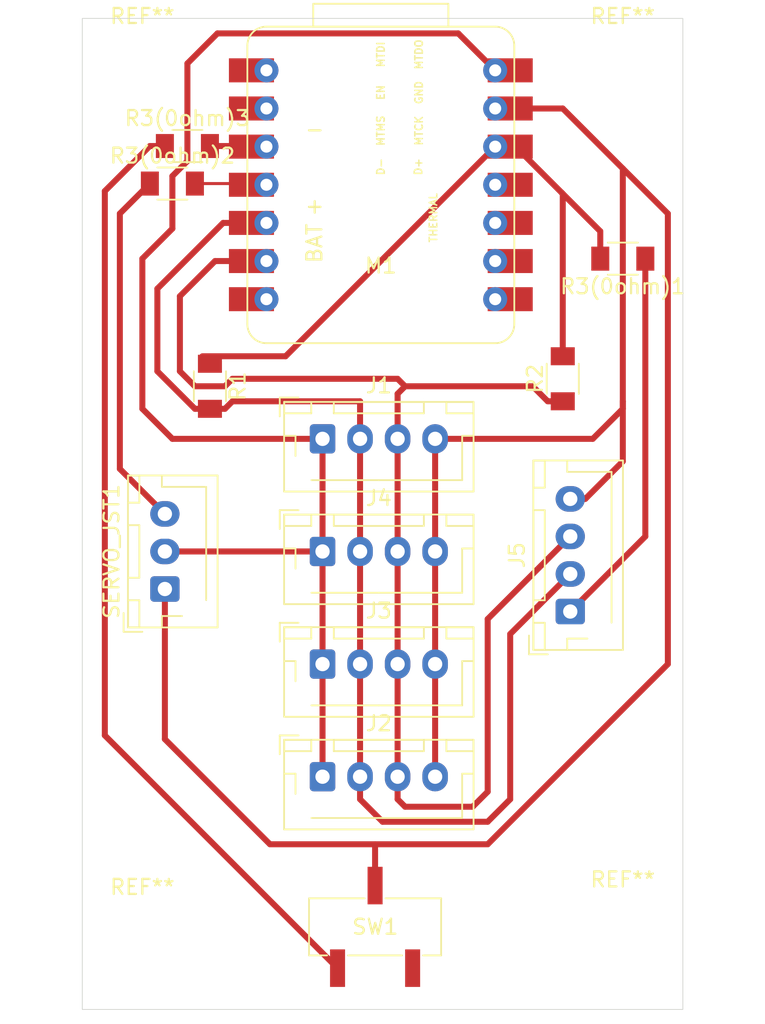
<source format=kicad_pcb>
(kicad_pcb (version 20241229) (generator "pcbnew") (generator_version "9.0")
  (layers (0 "F.Cu" signal) (2 "B.Cu" signal) (13 "F.Paste" user) (15 "B.Paste" user) (5 "F.SilkS" user "F.Silkscreen") (7 "B.SilkS" user "B.Silkscreen") (1 "F.Mask" user) (3 "B.Mask" user) (25 "Edge.Cuts" user))
  (net 0 "")
  (net 1 "SCL")
  (net 2 "PWR_GND")
  (net 3 "Net-(J5-Pad1)")
  (net 4 "SDA")
  (net 11 "D2")
  (net 13 "PWR_3V3")
  (net 14 "+5V")
  (net 15 "D3")
  (net 16 "Net-(R3(0ohm)2-Pad1)")
  (net 18 "Net-(SW1-A)")
  (footprint "MountingHole:MountingHole_3.2mm_M3" (layer "F.Cu") (at 107 106)
    (property "Reference" "REF**" (at 0 -4.15 0) (layer "F.SilkS"))
    (property "Value" "MountingHole_3.2mm_M3")
    (pad "" np_thru_hole circle (at 0 0) (size 3.2 3.2) (drill 3.2) (layers "*.Cu" "*.Mask"))
  )
  (footprint "Connector_JST:JST_XH_B4B-XH-AM_1x04_P2.50mm_Vertical" (layer "F.Cu") (at 119 72)
    (property "Reference" "J1" (at 3.75 -3.55 0) (layer "F.SilkS"))
    (property "Value" "Conn_Header_JST_PH_1x04_P2mm_Vertical_SMD")
    (fp_line (start -2.85 -2.75) (end -2.85 -1.5) (stroke (width 0.12)) (layer "F.SilkS"))
    (fp_line (start -2.56 -2.46) (end -2.56 3.51) (stroke (width 0.12)) (layer "F.SilkS"))
    (fp_line (start -2.56 3.51) (end 10.06 3.51) (stroke (width 0.12)) (layer "F.SilkS"))
    (fp_line (start -2.55 -2.45) (end -2.55 -1.7) (stroke (width 0.12)) (layer "F.SilkS"))
    (fp_line (start -2.55 -1.7) (end -0.75 -1.7) (stroke (width 0.12)) (layer "F.SilkS"))
    (fp_line (start -2.55 -0.2) (end -1.8 -0.2) (stroke (width 0.12)) (layer "F.SilkS"))
    (fp_line (start -1.8 -0.2) (end -1.8 1.14) (stroke (width 0.12)) (layer "F.SilkS"))
    (fp_line (start -1.6 -2.75) (end -2.85 -2.75) (stroke (width 0.12)) (layer "F.SilkS"))
    (fp_line (start -0.75 -2.45) (end -2.55 -2.45) (stroke (width 0.12)) (layer "F.SilkS"))
    (fp_line (start -0.75 -1.7) (end -0.75 -2.45) (stroke (width 0.12)) (layer "F.SilkS"))
    (fp_line (start 0.75 -2.45) (end 0.75 -1.7) (stroke (width 0.12)) (layer "F.SilkS"))
    (fp_line (start 0.75 -1.7) (end 6.75 -1.7) (stroke (width 0.12)) (layer "F.SilkS"))
    (fp_line (start 3.75 2.75) (end -0.74 2.75) (stroke (width 0.12)) (layer "F.SilkS"))
    (fp_line (start 6.75 -2.45) (end 0.75 -2.45) (stroke (width 0.12)) (layer "F.SilkS"))
    (fp_line (start 6.75 -1.7) (end 6.75 -2.45) (stroke (width 0.12)) (layer "F.SilkS"))
    (fp_line (start 8.25 -2.45) (end 8.25 -1.7) (stroke (width 0.12)) (layer "F.SilkS"))
    (fp_line (start 8.25 -1.7) (end 10.05 -1.7) (stroke (width 0.12)) (layer "F.SilkS"))
    (fp_line (start 9.3 -0.2) (end 9.3 2.75) (stroke (width 0.12)) (layer "F.SilkS"))
    (fp_line (start 9.3 2.75) (end 3.75 2.75) (stroke (width 0.12)) (layer "F.SilkS"))
    (fp_line (start 10.05 -2.45) (end 8.25 -2.45) (stroke (width 0.12)) (layer "F.SilkS"))
    (fp_line (start 10.05 -1.7) (end 10.05 -2.45) (stroke (width 0.12)) (layer "F.SilkS"))
    (fp_line (start 10.05 -0.2) (end 9.3 -0.2) (stroke (width 0.12)) (layer "F.SilkS"))
    (fp_line (start 10.06 -2.46) (end -2.56 -2.46) (stroke (width 0.12)) (layer "F.SilkS"))
    (fp_line (start 10.06 3.51) (end 10.06 -2.46) (stroke (width 0.12)) (layer "F.SilkS"))
    (pad "" np_thru_hole circle (at -1.6 2) (size 1.2 1.2) (drill 1.2) (layers "*.Cu" "*.Mask"))
    (pad "1" thru_hole roundrect (at 0 0) (size 1.7 1.95) (drill 0.95) (layers "*.Cu" "*.Mask") (roundrect_rratio 0.147059) (net 14 "+5V"))
    (pad "2" thru_hole oval (at 2.5 0) (size 1.7 1.95) (drill 0.95) (layers "*.Cu" "*.Mask") (net 4 "SDA"))
    (pad "3" thru_hole oval (at 5 0) (size 1.7 1.95) (drill 0.95) (layers "*.Cu" "*.Mask") (net 1 "SCL"))
    (pad "4" thru_hole oval (at 7.5 0) (size 1.7 1.95) (drill 0.95) (layers "*.Cu" "*.Mask") (net 2 "PWR_GND"))
  )
  (footprint "Connector_JST:JST_XH_B4B-XH-AM_1x04_P2.50mm_Vertical" (layer "F.Cu") (at 119 94.5)
    (property "Reference" "J2" (at 3.75 -3.55 0) (layer "F.SilkS"))
    (property "Value" "Conn_Header_JST_PH_1x04_P2mm_Vertical_SMD")
    (fp_line (start -2.85 -2.75) (end -2.85 -1.5) (stroke (width 0.12)) (layer "F.SilkS"))
    (fp_line (start -2.56 -2.46) (end -2.56 3.51) (stroke (width 0.12)) (layer "F.SilkS"))
    (fp_line (start -2.56 3.51) (end 10.06 3.51) (stroke (width 0.12)) (layer "F.SilkS"))
    (fp_line (start -2.55 -2.45) (end -2.55 -1.7) (stroke (width 0.12)) (layer "F.SilkS"))
    (fp_line (start -2.55 -1.7) (end -0.75 -1.7) (stroke (width 0.12)) (layer "F.SilkS"))
    (fp_line (start -2.55 -0.2) (end -1.8 -0.2) (stroke (width 0.12)) (layer "F.SilkS"))
    (fp_line (start -1.8 -0.2) (end -1.8 1.14) (stroke (width 0.12)) (layer "F.SilkS"))
    (fp_line (start -1.6 -2.75) (end -2.85 -2.75) (stroke (width 0.12)) (layer "F.SilkS"))
    (fp_line (start -0.75 -2.45) (end -2.55 -2.45) (stroke (width 0.12)) (layer "F.SilkS"))
    (fp_line (start -0.75 -1.7) (end -0.75 -2.45) (stroke (width 0.12)) (layer "F.SilkS"))
    (fp_line (start 0.75 -2.45) (end 0.75 -1.7) (stroke (width 0.12)) (layer "F.SilkS"))
    (fp_line (start 0.75 -1.7) (end 6.75 -1.7) (stroke (width 0.12)) (layer "F.SilkS"))
    (fp_line (start 3.75 2.75) (end -0.74 2.75) (stroke (width 0.12)) (layer "F.SilkS"))
    (fp_line (start 6.75 -2.45) (end 0.75 -2.45) (stroke (width 0.12)) (layer "F.SilkS"))
    (fp_line (start 6.75 -1.7) (end 6.75 -2.45) (stroke (width 0.12)) (layer "F.SilkS"))
    (fp_line (start 8.25 -2.45) (end 8.25 -1.7) (stroke (width 0.12)) (layer "F.SilkS"))
    (fp_line (start 8.25 -1.7) (end 10.05 -1.7) (stroke (width 0.12)) (layer "F.SilkS"))
    (fp_line (start 9.3 -0.2) (end 9.3 2.75) (stroke (width 0.12)) (layer "F.SilkS"))
    (fp_line (start 9.3 2.75) (end 3.75 2.75) (stroke (width 0.12)) (layer "F.SilkS"))
    (fp_line (start 10.05 -2.45) (end 8.25 -2.45) (stroke (width 0.12)) (layer "F.SilkS"))
    (fp_line (start 10.05 -1.7) (end 10.05 -2.45) (stroke (width 0.12)) (layer "F.SilkS"))
    (fp_line (start 10.05 -0.2) (end 9.3 -0.2) (stroke (width 0.12)) (layer "F.SilkS"))
    (fp_line (start 10.06 -2.46) (end -2.56 -2.46) (stroke (width 0.12)) (layer "F.SilkS"))
    (fp_line (start 10.06 3.51) (end 10.06 -2.46) (stroke (width 0.12)) (layer "F.SilkS"))
    (pad "" np_thru_hole circle (at -1.6 2) (size 1.2 1.2) (drill 1.2) (layers "*.Cu" "*.Mask"))
    (pad "1" thru_hole roundrect (at 0 0) (size 1.7 1.95) (drill 0.95) (layers "*.Cu" "*.Mask") (roundrect_rratio 0.147059) (net 14 "+5V"))
    (pad "2" thru_hole oval (at 2.5 0) (size 1.7 1.95) (drill 0.95) (layers "*.Cu" "*.Mask") (net 4 "SDA"))
    (pad "3" thru_hole oval (at 5 0) (size 1.7 1.95) (drill 0.95) (layers "*.Cu" "*.Mask") (net 1 "SCL"))
    (pad "4" thru_hole oval (at 7.5 0) (size 1.7 1.95) (drill 0.95) (layers "*.Cu" "*.Mask") (net 2 "PWR_GND"))
  )
  (footprint "fab:R_1206" (layer "F.Cu") (at 135 68 90)
    (property "Reference" "R2" (at 0 -1.85 90) (layer "F.SilkS"))
    (property "Value" "R_1206")
    (fp_line (start -1 -1.07) (end 1 -1.07) (stroke (width 0.12)) (layer "F.SilkS"))
    (fp_line (start 1 1.07) (end -1 1.07) (stroke (width 0.12)) (layer "F.SilkS"))
    (pad "1" smd rect (at -1.5 0 90) (size 1.2 1.6) (layers "F.Cu" "F.Mask" "F.Paste") (net 1 "SCL"))
    (pad "2" smd rect (at 1.5 0 90) (size 1.2 1.6) (layers "F.Cu" "F.Mask" "F.Paste") (net 13 "PWR_3V3"))
  )
  (footprint "fab:R_1206" (layer "F.Cu") (at 109 55)
    (property "Reference" "R3(0ohm)2" (at 0 -1.85 0) (layer "F.SilkS"))
    (property "Value" "R_1206")
    (fp_line (start -1 -1.07) (end 1 -1.07) (stroke (width 0.12)) (layer "F.SilkS"))
    (fp_line (start 1 1.07) (end -1 1.07) (stroke (width 0.12)) (layer "F.SilkS"))
    (pad "1" smd rect (at -1.5 0) (size 1.2 1.6) (layers "F.Cu" "F.Mask" "F.Paste") (net 16 "Net-(R3(0ohm)2-Pad1)"))
    (pad "2" smd rect (at 1.5 0) (size 1.2 1.6) (layers "F.Cu" "F.Mask" "F.Paste") (net 15 "D3"))
  )
  (footprint "fab:SeeedStudio_XIAO_ESP32S3" (layer "F.Cu") (at 122.88 55.08)
    (property "Reference" "M1" (at 0 5.39 0) (layer "F.SilkS"))
    (property "Value" "Module_XIAO-ESP32S3")
    (fp_line (start -8.8875 9.281) (end -8.8875 -9.261) (stroke (width 0.12)) (layer "F.SilkS"))
    (fp_line (start -7.6175 -10.531) (end 7.6225 -10.531) (stroke (width 0.12)) (layer "F.SilkS"))
    (fp_line (start 7.6225 10.551) (end -7.6175 10.551) (stroke (width 0.12)) (layer "F.SilkS"))
    (fp_line (start 8.8925 -9.261) (end 8.8925 9.281) (stroke (width 0.12)) (layer "F.SilkS"))
    (fp_rect (start -4.4975 -10.531) (end 4.5025 -12.055) (stroke (width 0.12)) (fill no) (layer "F.SilkS"))
    (fp_arc (start -8.8875 -9.261) (mid -8.515526 -10.159026) (end -7.6175 -10.531) (stroke (width 0.12)) (layer "F.SilkS"))
    (fp_arc (start -7.6175 10.551) (mid -8.515526 10.179026) (end -8.8875 9.281) (stroke (width 0.12)) (layer "F.SilkS"))
    (fp_arc (start 7.6225 -10.531) (mid 8.520526 -10.159026) (end 8.8925 -9.261) (stroke (width 0.12)) (layer "F.SilkS"))
    (fp_arc (start 8.8925 9.281) (mid 8.520526 10.179026) (end 7.6225 10.551) (stroke (width 0.12)) (layer "F.SilkS"))
    (fp_text user "THERMAL" (at 3.5 2.2 90) (layer "F.SilkS") (effects (font (size 0.5 0.5) (thickness 0.1) (bold yes))))
    (fp_text user "EN" (at 0 -6.14 90) (layer "F.SilkS") (effects (font (size 0.5 0.5) (thickness 0.1) (bold yes))))
    (fp_text user "-" (at -4.4 -3.7 0) (layer "F.SilkS"))
    (fp_text user "D+" (at 2.5 -1.2 90) (layer "F.SilkS") (effects (font (size 0.5 0.5) (thickness 0.1) (bold yes))))
    (fp_text user "MTDO" (at 2.54 -8.68 90) (layer "F.SilkS") (effects (font (size 0.5 0.5) (thickness 0.1) (bold yes))))
    (fp_text user "+" (at -4.4 1.4 0) (layer "F.SilkS"))
    (fp_text user "GND" (at 2.54 -6.14 90) (layer "F.SilkS") (effects (font (size 0.5 0.5) (thickness 0.1) (bold yes))))
    (fp_text user "MTMS" (at 0 -3.6 90) (layer "F.SilkS") (effects (font (size 0.5 0.5) (thickness 0.1) (bold yes))))
    (fp_text user "MTDI" (at 0 -8.68 90) (layer "F.SilkS") (effects (font (size 0.5 0.5) (thickness 0.1) (bold yes))))
    (fp_text user "D-" (at 0 -1.2 90) (layer "F.SilkS") (effects (font (size 0.5 0.5) (thickness 0.1) (bold yes))))
    (fp_text user "MTCK" (at 2.54 -3.6 90) (layer "F.SilkS") (effects (font (size 0.5 0.5) (thickness 0.1) (bold yes))))
    (fp_text user "BAT" (at -5 3.9 90) (layer "F.SilkS") (effects (justify top)))
    (pad "1" thru_hole circle (at -7.615 -7.62) (size 1.6 1.6) (drill 0.8) (layers "*.Cu" "*.Mask"))
    (pad "1" smd rect (at -7.615 -7.62) (size 3 1.6) (drill (offset -1 0)) (layers "F.Cu" "F.Mask" "F.Paste"))
    (pad "2" thru_hole circle (at -7.615 -5.08) (size 1.6 1.6) (drill 0.8) (layers "*.Cu" "*.Mask"))
    (pad "2" smd rect (at -7.615 -5.08) (size 3 1.6) (drill (offset -1 0)) (layers "F.Cu" "F.Mask" "F.Paste"))
    (pad "3" thru_hole circle (at -7.615 -2.54) (size 1.6 1.6) (drill 0.8) (layers "*.Cu" "*.Mask") (net 11 "D2"))
    (pad "3" smd rect (at -7.615 -2.54) (size 3 1.6) (drill (offset -1 0)) (layers "F.Cu" "F.Mask" "F.Paste") (net 11 "D2"))
    (pad "4" thru_hole circle (at -7.615 0) (size 1.6 1.6) (drill 0.8) (layers "*.Cu" "*.Mask") (net 15 "D3"))
    (pad "4" smd rect (at -7.615 0) (size 3 1.6) (drill (offset -1 0)) (layers "F.Cu" "F.Mask" "F.Paste") (net 15 "D3"))
    (pad "5" thru_hole circle (at -7.615 2.54) (size 1.6 1.6) (drill 0.8) (layers "*.Cu" "*.Mask") (net 4 "SDA"))
    (pad "5" smd rect (at -7.615 2.54) (size 3 1.6) (drill (offset -1 0)) (layers "F.Cu" "F.Mask" "F.Paste") (net 4 "SDA"))
    (pad "6" thru_hole circle (at -7.615 5.08) (size 1.6 1.6) (drill 0.8) (layers "*.Cu" "*.Mask") (net 1 "SCL"))
    (pad "6" smd rect (at -7.615 5.08) (size 3 1.6) (drill (offset -1 0)) (layers "F.Cu" "F.Mask" "F.Paste") (net 1 "SCL"))
    (pad "7" thru_hole circle (at -7.615 7.62) (size 1.6 1.6) (drill 0.8) (layers "*.Cu" "*.Mask"))
    (pad "7" smd rect (at -7.615 7.62) (size 3 1.6) (drill (offset -1 0)) (layers "F.Cu" "F.Mask" "F.Paste"))
    (pad "8" thru_hole circle (at 7.62 7.62) (size 1.6 1.6) (drill 0.8) (layers "*.Cu" "*.Mask"))
    (pad "8" smd rect (at 7.62 7.62) (size 3 1.6) (drill (offset 1 0)) (layers "F.Cu" "F.Mask" "F.Paste"))
    (pad "9" thru_hole circle (at 7.62 5.08) (size 1.6 1.6) (drill 0.8) (layers "*.Cu" "*.Mask"))
    (pad "9" smd rect (at 7.62 5.08) (size 3 1.6) (drill (offset 1 0)) (layers "F.Cu" "F.Mask" "F.Paste"))
    (pad "10" thru_hole circle (at 7.62 2.54) (size 1.6 1.6) (drill 0.8) (layers "*.Cu" "*.Mask"))
    (pad "10" smd rect (at 7.62 2.54) (size 3 1.6) (drill (offset 1 0)) (layers "F.Cu" "F.Mask" "F.Paste"))
    (pad "11" thru_hole circle (at 7.62 0) (size 1.6 1.6) (drill 0.8) (layers "*.Cu" "*.Mask"))
    (pad "11" smd rect (at 7.62 0) (size 3 1.6) (drill (offset 1 0)) (layers "F.Cu" "F.Mask" "F.Paste"))
    (pad "12" thru_hole circle (at 7.62 -2.54) (size 1.6 1.6) (drill 0.8) (layers "*.Cu" "*.Mask") (net 13 "PWR_3V3"))
    (pad "12" smd rect (at 7.62 -2.54) (size 3 1.6) (drill (offset 1 0)) (layers "F.Cu" "F.Mask" "F.Paste") (net 13 "PWR_3V3"))
    (pad "13" thru_hole circle (at 7.62 -5.08) (size 1.6 1.6) (drill 0.8) (layers "*.Cu" "*.Mask") (net 2 "PWR_GND"))
    (pad "13" smd rect (at 7.62 -5.08) (size 3 1.6) (drill (offset 1 0)) (layers "F.Cu" "F.Mask" "F.Paste") (net 2 "PWR_GND"))
    (pad "14" thru_hole circle (at 7.62 -7.62) (size 1.6 1.6) (drill 0.8) (layers "*.Cu" "*.Mask") (net 14 "+5V"))
    (pad "14" smd rect (at 7.62 -7.62) (size 3 1.6) (drill (offset 1 0)) (layers "F.Cu" "F.Mask" "F.Paste") (net 14 "+5V"))
  )
  (footprint "fab:R_1206" (layer "F.Cu") (at 139 60 180)
    (property "Reference" "R3(0ohm)1" (at 0 -1.85 0) (layer "F.SilkS"))
    (property "Value" "R_1206")
    (fp_line (start 1 1.07) (end -1 1.07) (stroke (width 0.12)) (layer "F.SilkS"))
    (fp_line (start -1 -1.07) (end 1 -1.07) (stroke (width 0.12)) (layer "F.SilkS"))
    (pad "1" smd rect (at -1.5 0 180) (size 1.2 1.6) (layers "F.Cu" "F.Mask" "F.Paste") (net 3 "Net-(J5-Pad1)"))
    (pad "2" smd rect (at 1.5 0 180) (size 1.2 1.6) (layers "F.Cu" "F.Mask" "F.Paste") (net 13 "PWR_3V3"))
  )
  (footprint "Connector_JST:JST_XH_B3B-XH-AM_1x03_P2.50mm_Vertical" (layer "F.Cu") (at 108.5 82 90)
    (property "Reference" "SERVO_JST1" (at 2.5 -3.55 90) (layer "F.SilkS"))
    (property "Value" "Conn_Header_JST_PH_1x03_P2mm_Vertical_SMD")
    (fp_line (start -1.6 -2.75) (end -2.85 -2.75) (stroke (width 0.12)) (layer "F.SilkS"))
    (fp_line (start -2.85 -2.75) (end -2.85 -1.5) (stroke (width 0.12)) (layer "F.SilkS"))
    (fp_line (start 7.56 -2.46) (end -2.56 -2.46) (stroke (width 0.12)) (layer "F.SilkS"))
    (fp_line (start -2.56 -2.46) (end -2.56 3.51) (stroke (width 0.12)) (layer "F.SilkS"))
    (fp_line (start 7.55 -2.45) (end 5.75 -2.45) (stroke (width 0.12)) (layer "F.SilkS"))
    (fp_line (start 5.75 -2.45) (end 5.75 -1.7) (stroke (width 0.12)) (layer "F.SilkS"))
    (fp_line (start 4.25 -2.45) (end 0.75 -2.45) (stroke (width 0.12)) (layer "F.SilkS"))
    (fp_line (start 0.75 -2.45) (end 0.75 -1.7) (stroke (width 0.12)) (layer "F.SilkS"))
    (fp_line (start -0.75 -2.45) (end -2.55 -2.45) (stroke (width 0.12)) (layer "F.SilkS"))
    (fp_line (start -2.55 -2.45) (end -2.55 -1.7) (stroke (width 0.12)) (layer "F.SilkS"))
    (fp_line (start 7.55 -1.7) (end 7.55 -2.45) (stroke (width 0.12)) (layer "F.SilkS"))
    (fp_line (start 5.75 -1.7) (end 7.55 -1.7) (stroke (width 0.12)) (layer "F.SilkS"))
    (fp_line (start 4.25 -1.7) (end 4.25 -2.45) (stroke (width 0.12)) (layer "F.SilkS"))
    (fp_line (start 0.75 -1.7) (end 4.25 -1.7) (stroke (width 0.12)) (layer "F.SilkS"))
    (fp_line (start -0.75 -1.7) (end -0.75 -2.45) (stroke (width 0.12)) (layer "F.SilkS"))
    (fp_line (start -2.55 -1.7) (end -0.75 -1.7) (stroke (width 0.12)) (layer "F.SilkS"))
    (fp_line (start 7.55 -0.2) (end 6.8 -0.2) (stroke (width 0.12)) (layer "F.SilkS"))
    (fp_line (start 6.8 -0.2) (end 6.8 2.75) (stroke (width 0.12)) (layer "F.SilkS"))
    (fp_line (start -1.8 -0.2) (end -1.8 1.14) (stroke (width 0.12)) (layer "F.SilkS"))
    (fp_line (start -2.55 -0.2) (end -1.8 -0.2) (stroke (width 0.12)) (layer "F.SilkS"))
    (fp_line (start 6.8 2.75) (end 2.5 2.75) (stroke (width 0.12)) (layer "F.SilkS"))
    (fp_line (start 2.5 2.75) (end -0.74 2.75) (stroke (width 0.12)) (layer "F.SilkS"))
    (fp_line (start 7.56 3.51) (end 7.56 -2.46) (stroke (width 0.12)) (layer "F.SilkS"))
    (fp_line (start -2.56 3.51) (end 7.56 3.51) (stroke (width 0.12)) (layer "F.SilkS"))
    (pad "" np_thru_hole circle (at -1.6 2 90) (size 1.2 1.2) (drill 1.2) (layers "*.Cu" "*.Mask"))
    (pad "1" thru_hole roundrect (at 0 0 90) (size 1.7 1.95) (drill 0.95) (layers "*.Cu" "*.Mask") (roundrect_rratio 0.147059) (net 2 "PWR_GND"))
    (pad "2" thru_hole oval (at 2.5 0 90) (size 1.7 1.95) (drill 0.95) (layers "*.Cu" "*.Mask") (net 14 "+5V"))
    (pad "3" thru_hole oval (at 5 0 90) (size 1.7 1.95) (drill 0.95) (layers "*.Cu" "*.Mask") (net 16 "Net-(R3(0ohm)2-Pad1)"))
  )
  (footprint "fab:R_1206" (layer "F.Cu") (at 110 52.5)
    (property "Reference" "R3(0ohm)3" (at 0 -1.85 0) (layer "F.SilkS"))
    (property "Value" "R_1206")
    (fp_line (start -1 -1.07) (end 1 -1.07) (stroke (width 0.12)) (layer "F.SilkS"))
    (fp_line (start 1 1.07) (end -1 1.07) (stroke (width 0.12)) (layer "F.SilkS"))
    (pad "1" smd rect (at -1.5 0) (size 1.2 1.6) (layers "F.Cu" "F.Mask" "F.Paste") (net 18 "Net-(SW1-A)"))
    (pad "2" smd rect (at 1.5 0) (size 1.2 1.6) (layers "F.Cu" "F.Mask" "F.Paste") (net 11 "D2"))
  )
  (footprint "Connector_JST:JST_XH_B4B-XH-AM_1x04_P2.50mm_Vertical" (layer "F.Cu") (at 135.5 83.5 90)
    (property "Reference" "J5" (at 3.75 -3.55 90) (layer "F.SilkS"))
    (property "Value" "Conn_Header_JST_PH_1x04_P2mm_Vertical_SMD")
    (fp_line (start -1.6 -2.75) (end -2.85 -2.75) (stroke (width 0.12)) (layer "F.SilkS"))
    (fp_line (start -2.85 -2.75) (end -2.85 -1.5) (stroke (width 0.12)) (layer "F.SilkS"))
    (fp_line (start 10.06 -2.46) (end -2.56 -2.46) (stroke (width 0.12)) (layer "F.SilkS"))
    (fp_line (start -2.56 -2.46) (end -2.56 3.51) (stroke (width 0.12)) (layer "F.SilkS"))
    (fp_line (start 10.05 -2.45) (end 8.25 -2.45) (stroke (width 0.12)) (layer "F.SilkS"))
    (fp_line (start 8.25 -2.45) (end 8.25 -1.7) (stroke (width 0.12)) (layer "F.SilkS"))
    (fp_line (start 6.75 -2.45) (end 0.75 -2.45) (stroke (width 0.12)) (layer "F.SilkS"))
    (fp_line (start 0.75 -2.45) (end 0.75 -1.7) (stroke (width 0.12)) (layer "F.SilkS"))
    (fp_line (start -0.75 -2.45) (end -2.55 -2.45) (stroke (width 0.12)) (layer "F.SilkS"))
    (fp_line (start -2.55 -2.45) (end -2.55 -1.7) (stroke (width 0.12)) (layer "F.SilkS"))
    (fp_line (start 10.05 -1.7) (end 10.05 -2.45) (stroke (width 0.12)) (layer "F.SilkS"))
    (fp_line (start 8.25 -1.7) (end 10.05 -1.7) (stroke (width 0.12)) (layer "F.SilkS"))
    (fp_line (start 6.75 -1.7) (end 6.75 -2.45) (stroke (width 0.12)) (layer "F.SilkS"))
    (fp_line (start 0.75 -1.7) (end 6.75 -1.7) (stroke (width 0.12)) (layer "F.SilkS"))
    (fp_line (start -0.75 -1.7) (end -0.75 -2.45) (stroke (width 0.12)) (layer "F.SilkS"))
    (fp_line (start -2.55 -1.7) (end -0.75 -1.7) (stroke (width 0.12)) (layer "F.SilkS"))
    (fp_line (start 10.05 -0.2) (end 9.3 -0.2) (stroke (width 0.12)) (layer "F.SilkS"))
    (fp_line (start 9.3 -0.2) (end 9.3 2.75) (stroke (width 0.12)) (layer "F.SilkS"))
    (fp_line (start -1.8 -0.2) (end -1.8 1.14) (stroke (width 0.12)) (layer "F.SilkS"))
    (fp_line (start -2.55 -0.2) (end -1.8 -0.2) (stroke (width 0.12)) (layer "F.SilkS"))
    (fp_line (start 9.3 2.75) (end 3.75 2.75) (stroke (width 0.12)) (layer "F.SilkS"))
    (fp_line (start 3.75 2.75) (end -0.74 2.75) (stroke (width 0.12)) (layer "F.SilkS"))
    (fp_line (start 10.06 3.51) (end 10.06 -2.46) (stroke (width 0.12)) (layer "F.SilkS"))
    (fp_line (start -2.56 3.51) (end 10.06 3.51) (stroke (width 0.12)) (layer "F.SilkS"))
    (pad "" np_thru_hole circle (at -1.6 2 90) (size 1.2 1.2) (drill 1.2) (layers "*.Cu" "*.Mask"))
    (pad "1" thru_hole roundrect (at 0 0 90) (size 1.7 1.95) (drill 0.95) (layers "*.Cu" "*.Mask") (roundrect_rratio 0.147059) (net 3 "Net-(J5-Pad1)"))
    (pad "2" thru_hole oval (at 2.5 0 90) (size 1.7 1.95) (drill 0.95) (layers "*.Cu" "*.Mask") (net 4 "SDA"))
    (pad "3" thru_hole oval (at 5 0 90) (size 1.7 1.95) (drill 0.95) (layers "*.Cu" "*.Mask") (net 1 "SCL"))
    (pad "4" thru_hole oval (at 7.5 0 90) (size 1.7 1.95) (drill 0.95) (layers "*.Cu" "*.Mask") (net 2 "PWR_GND"))
  )
  (footprint "Connector_JST:JST_XH_B4B-XH-AM_1x04_P2.50mm_Vertical" (layer "F.Cu") (at 119 87)
    (property "Reference" "J3" (at 3.75 -3.55 0) (layer "F.SilkS"))
    (property "Value" "Conn_Header_JST_PH_1x04_P2mm_Vertical_SMD")
    (fp_line (start -2.85 -2.75) (end -2.85 -1.5) (stroke (width 0.12)) (layer "F.SilkS"))
    (fp_line (start -2.56 -2.46) (end -2.56 3.51) (stroke (width 0.12)) (layer "F.SilkS"))
    (fp_line (start -2.56 3.51) (end 10.06 3.51) (stroke (width 0.12)) (layer "F.SilkS"))
    (fp_line (start -2.55 -2.45) (end -2.55 -1.7) (stroke (width 0.12)) (layer "F.SilkS"))
    (fp_line (start -2.55 -1.7) (end -0.75 -1.7) (stroke (width 0.12)) (layer "F.SilkS"))
    (fp_line (start -2.55 -0.2) (end -1.8 -0.2) (stroke (width 0.12)) (layer "F.SilkS"))
    (fp_line (start -1.8 -0.2) (end -1.8 1.14) (stroke (width 0.12)) (layer "F.SilkS"))
    (fp_line (start -1.6 -2.75) (end -2.85 -2.75) (stroke (width 0.12)) (layer "F.SilkS"))
    (fp_line (start -0.75 -2.45) (end -2.55 -2.45) (stroke (width 0.12)) (layer "F.SilkS"))
    (fp_line (start -0.75 -1.7) (end -0.75 -2.45) (stroke (width 0.12)) (layer "F.SilkS"))
    (fp_line (start 0.75 -2.45) (end 0.75 -1.7) (stroke (width 0.12)) (layer "F.SilkS"))
    (fp_line (start 0.75 -1.7) (end 6.75 -1.7) (stroke (width 0.12)) (layer "F.SilkS"))
    (fp_line (start 3.75 2.75) (end -0.74 2.75) (stroke (width 0.12)) (layer "F.SilkS"))
    (fp_line (start 6.75 -2.45) (end 0.75 -2.45) (stroke (width 0.12)) (layer "F.SilkS"))
    (fp_line (start 6.75 -1.7) (end 6.75 -2.45) (stroke (width 0.12)) (layer "F.SilkS"))
    (fp_line (start 8.25 -2.45) (end 8.25 -1.7) (stroke (width 0.12)) (layer "F.SilkS"))
    (fp_line (start 8.25 -1.7) (end 10.05 -1.7) (stroke (width 0.12)) (layer "F.SilkS"))
    (fp_line (start 9.3 -0.2) (end 9.3 2.75) (stroke (width 0.12)) (layer "F.SilkS"))
    (fp_line (start 9.3 2.75) (end 3.75 2.75) (stroke (width 0.12)) (layer "F.SilkS"))
    (fp_line (start 10.05 -2.45) (end 8.25 -2.45) (stroke (width 0.12)) (layer "F.SilkS"))
    (fp_line (start 10.05 -1.7) (end 10.05 -2.45) (stroke (width 0.12)) (layer "F.SilkS"))
    (fp_line (start 10.05 -0.2) (end 9.3 -0.2) (stroke (width 0.12)) (layer "F.SilkS"))
    (fp_line (start 10.06 -2.46) (end -2.56 -2.46) (stroke (width 0.12)) (layer "F.SilkS"))
    (fp_line (start 10.06 3.51) (end 10.06 -2.46) (stroke (width 0.12)) (layer "F.SilkS"))
    (pad "" np_thru_hole circle (at -1.6 2) (size 1.2 1.2) (drill 1.2) (layers "*.Cu" "*.Mask"))
    (pad "1" thru_hole roundrect (at 0 0) (size 1.7 1.95) (drill 0.95) (layers "*.Cu" "*.Mask") (roundrect_rratio 0.147059) (net 14 "+5V"))
    (pad "2" thru_hole oval (at 2.5 0) (size 1.7 1.95) (drill 0.95) (layers "*.Cu" "*.Mask") (net 4 "SDA"))
    (pad "3" thru_hole oval (at 5 0) (size 1.7 1.95) (drill 0.95) (layers "*.Cu" "*.Mask") (net 1 "SCL"))
    (pad "4" thru_hole oval (at 7.5 0) (size 1.7 1.95) (drill 0.95) (layers "*.Cu" "*.Mask") (net 2 "PWR_GND"))
  )
  (footprint "fab:Switch_Slide_Top_CnK_JS102011SCQN_8.5x3.5mm" (layer "F.Cu") (at 122.5 104.5)
    (property "Reference" "SW1" (at 0.01 0 0) (layer "F.SilkS"))
    (property "Value" "Switch_Slide_Top_CnK" (hide yes))
    (fp_line (start -4.4 -1.9) (end -4.4 1.9) (stroke (width 0.12)) (layer "F.SilkS"))
    (fp_line (start -4.4 1.9) (end -3.2 1.9) (stroke (width 0.12)) (layer "F.SilkS"))
    (fp_line (start -1.8 1.9) (end 1.8 1.9) (stroke (width 0.12)) (layer "F.SilkS"))
    (fp_line (start -0.7 -1.9) (end -4.4 -1.9) (stroke (width 0.12)) (layer "F.SilkS"))
    (fp_line (start 3.2 1.9) (end 4.4 1.9) (stroke (width 0.12)) (layer "F.SilkS"))
    (fp_line (start 4.4 -1.9) (end 0.7 -1.9) (stroke (width 0.12)) (layer "F.SilkS"))
    (fp_line (start 4.4 1.9) (end 4.4 -1.9) (stroke (width 0.12)) (layer "F.SilkS"))
    (pad "1" smd rect (at -2.5 2.75) (size 1 2.5) (layers "F.Cu" "F.Mask" "F.Paste") (net 18 "Net-(SW1-A)"))
    (pad "2" smd rect (at 0 -2.75) (size 1 2.5) (layers "F.Cu" "F.Mask" "F.Paste") (net 2 "PWR_GND"))
    (pad "3" smd rect (at 2.5 2.75) (size 1 2.5) (layers "F.Cu" "F.Mask" "F.Paste"))
  )
  (footprint "Connector_JST:JST_XH_B4B-XH-AM_1x04_P2.50mm_Vertical" (layer "F.Cu") (at 119 79.5)
    (property "Reference" "J4" (at 3.75 -3.55 0) (layer "F.SilkS"))
    (property "Value" "Conn_Header_JST_PH_1x04_P2mm_Vertical_SMD")
    (fp_line (start -2.85 -2.75) (end -2.85 -1.5) (stroke (width 0.12)) (layer "F.SilkS"))
    (fp_line (start -2.56 -2.46) (end -2.56 3.51) (stroke (width 0.12)) (layer "F.SilkS"))
    (fp_line (start -2.56 3.51) (end 10.06 3.51) (stroke (width 0.12)) (layer "F.SilkS"))
    (fp_line (start -2.55 -2.45) (end -2.55 -1.7) (stroke (width 0.12)) (layer "F.SilkS"))
    (fp_line (start -2.55 -1.7) (end -0.75 -1.7) (stroke (width 0.12)) (layer "F.SilkS"))
    (fp_line (start -2.55 -0.2) (end -1.8 -0.2) (stroke (width 0.12)) (layer "F.SilkS"))
    (fp_line (start -1.8 -0.2) (end -1.8 1.14) (stroke (width 0.12)) (layer "F.SilkS"))
    (fp_line (start -1.6 -2.75) (end -2.85 -2.75) (stroke (width 0.12)) (layer "F.SilkS"))
    (fp_line (start -0.75 -2.45) (end -2.55 -2.45) (stroke (width 0.12)) (layer "F.SilkS"))
    (fp_line (start -0.75 -1.7) (end -0.75 -2.45) (stroke (width 0.12)) (layer "F.SilkS"))
    (fp_line (start 0.75 -2.45) (end 0.75 -1.7) (stroke (width 0.12)) (layer "F.SilkS"))
    (fp_line (start 0.75 -1.7) (end 6.75 -1.7) (stroke (width 0.12)) (layer "F.SilkS"))
    (fp_line (start 3.75 2.75) (end -0.74 2.75) (stroke (width 0.12)) (layer "F.SilkS"))
    (fp_line (start 6.75 -2.45) (end 0.75 -2.45) (stroke (width 0.12)) (layer "F.SilkS"))
    (fp_line (start 6.75 -1.7) (end 6.75 -2.45) (stroke (width 0.12)) (layer "F.SilkS"))
    (fp_line (start 8.25 -2.45) (end 8.25 -1.7) (stroke (width 0.12)) (layer "F.SilkS"))
    (fp_line (start 8.25 -1.7) (end 10.05 -1.7) (stroke (width 0.12)) (layer "F.SilkS"))
    (fp_line (start 9.3 -0.2) (end 9.3 2.75) (stroke (width 0.12)) (layer "F.SilkS"))
    (fp_line (start 9.3 2.75) (end 3.75 2.75) (stroke (width 0.12)) (layer "F.SilkS"))
    (fp_line (start 10.05 -2.45) (end 8.25 -2.45) (stroke (width 0.12)) (layer "F.SilkS"))
    (fp_line (start 10.05 -1.7) (end 10.05 -2.45) (stroke (width 0.12)) (layer "F.SilkS"))
    (fp_line (start 10.05 -0.2) (end 9.3 -0.2) (stroke (width 0.12)) (layer "F.SilkS"))
    (fp_line (start 10.06 -2.46) (end -2.56 -2.46) (stroke (width 0.12)) (layer "F.SilkS"))
    (fp_line (start 10.06 3.51) (end 10.06 -2.46) (stroke (width 0.12)) (layer "F.SilkS"))
    (pad "" np_thru_hole circle (at -1.6 2) (size 1.2 1.2) (drill 1.2) (layers "*.Cu" "*.Mask"))
    (pad "1" thru_hole roundrect (at 0 0) (size 1.7 1.95) (drill 0.95) (layers "*.Cu" "*.Mask") (roundrect_rratio 0.147059) (net 14 "+5V"))
    (pad "2" thru_hole oval (at 2.5 0) (size 1.7 1.95) (drill 0.95) (layers "*.Cu" "*.Mask") (net 4 "SDA"))
    (pad "3" thru_hole oval (at 5 0) (size 1.7 1.95) (drill 0.95) (layers "*.Cu" "*.Mask") (net 1 "SCL"))
    (pad "4" thru_hole oval (at 7.5 0) (size 1.7 1.95) (drill 0.95) (layers "*.Cu" "*.Mask") (net 2 "PWR_GND"))
  )
  (footprint "MountingHole:MountingHole_3.2mm_M3" (layer "F.Cu") (at 139 105.5)
    (property "Reference" "REF**" (at 0 -4.15 0) (layer "F.SilkS"))
    (property "Value" "MountingHole_3.2mm_M3")
    (pad "" np_thru_hole circle (at 0 0) (size 3.2 3.2) (drill 3.2) (layers "*.Cu" "*.Mask"))
  )
  (footprint "MountingHole:MountingHole_3.2mm_M3" (layer "F.Cu") (at 107 48)
    (property "Reference" "REF**" (at 0 -4.15 0) (layer "F.SilkS"))
    (property "Value" "MountingHole_3.2mm_M3")
    (pad "" np_thru_hole circle (at 0 0) (size 3.2 3.2) (drill 3.2) (layers "*.Cu" "*.Mask"))
  )
  (footprint "fab:R_1206" (layer "F.Cu") (at 111.5 68.5 -90)
    (property "Reference" "R1" (at 0 -1.85 90) (layer "F.SilkS"))
    (property "Value" "R_1206")
    (fp_line (start 1 1.07) (end -1 1.07) (stroke (width 0.12)) (layer "F.SilkS"))
    (fp_line (start -1 -1.07) (end 1 -1.07) (stroke (width 0.12)) (layer "F.SilkS"))
    (pad "1" smd rect (at -1.5 0 270) (size 1.2 1.6) (layers "F.Cu" "F.Mask" "F.Paste") (net 13 "PWR_3V3"))
    (pad "2" smd rect (at 1.5 0 270) (size 1.2 1.6) (layers "F.Cu" "F.Mask" "F.Paste") (net 4 "SDA"))
  )
  (footprint "MountingHole:MountingHole_3.2mm_M3" (layer "F.Cu") (at 139 48)
    (property "Reference" "REF**" (at 0 -4.15 0) (layer "F.SilkS"))
    (property "Value" "MountingHole_3.2mm_M3")
    (pad "" np_thru_hole circle (at 0 0) (size 3.2 3.2) (drill 3.2) (layers "*.Cu" "*.Mask"))
  )
  (gr_rect (start 103 44) (end 143 110) (stroke (width 0.05)) (fill no) (layer "Edge.Cuts"))
  (segment (start 130 84) (end 135.5 78.5) (width 0.4) (layer "F.Cu") (net 1))
  (segment (start 110.5 68.5) (end 109.5 67.5) (width 0.4) (layer "F.Cu") (net 1))
  (segment (start 124 96) (end 124.5 96.5) (width 0.4) (layer "F.Cu") (net 1))
  (segment (start 124.5 68.5) (end 124 69) (width 0.4) (layer "F.Cu") (net 1))
  (segment (start 111.84 60.16) (end 115.265 60.16) (width 0.4) (layer "F.Cu") (net 1))
  (segment (start 109.5 67.5) (end 109.5 62.5) (width 0.4) (layer "F.Cu") (net 1))
  (segment (start 109.5 62.5) (end 111.84 60.16) (width 0.4) (layer "F.Cu") (net 1))
  (segment (start 124 94.5) (end 124 96) (width 0.4) (layer "F.Cu") (net 1))
  (segment (start 135 69.5) (end 134 69.5) (width 0.4) (layer "F.Cu") (net 1))
  (segment (start 124.5 96.5) (end 129 96.5) (width 0.4) (layer "F.Cu") (net 1))
  (segment (start 124 68) (end 113 68) (width 0.4) (layer "F.Cu") (net 1))
  (segment (start 112.5 68.5) (end 110.5 68.5) (width 0.4) (layer "F.Cu") (net 1))
  (segment (start 134 69.5) (end 133 68.5) (width 0.4) (layer "F.Cu") (net 1))
  (segment (start 124 72) (end 124 94.5) (width 0.4) (layer "F.Cu") (net 1))
  (segment (start 113 68) (end 112.5 68.5) (width 0.4) (layer "F.Cu") (net 1))
  (segment (start 124.5 68.5) (end 124 68) (width 0.4) (layer "F.Cu") (net 1))
  (segment (start 133 68.5) (end 124.5 68.5) (width 0.4) (layer "F.Cu") (net 1))
  (segment (start 129 96.5) (end 130 95.5) (width 0.4) (layer "F.Cu") (net 1))
  (segment (start 130 95.5) (end 130 84) (width 0.4) (layer "F.Cu") (net 1))
  (segment (start 124 69) (end 124 72) (width 0.4) (layer "F.Cu") (net 1))
  (segment (start 108.5 92) (end 108.5 82) (width 0.4) (layer "F.Cu") (net 2))
  (segment (start 126.5 72) (end 137 72) (width 0.4) (layer "F.Cu") (net 2))
  (segment (start 122.5 101.75) (end 122.5 99) (width 0.4) (layer "F.Cu") (net 2))
  (segment (start 139 54) (end 142 57) (width 0.4) (layer "F.Cu") (net 2))
  (segment (start 139 69.5) (end 139 54) (width 0.4) (layer "F.Cu") (net 2))
  (segment (start 139 73.5) (end 136.5 76) (width 0.4) (layer "F.Cu") (net 2))
  (segment (start 137 72) (end 139 70) (width 0.4) (layer "F.Cu") (net 2))
  (segment (start 130 99) (end 122.5 99) (width 0.4) (layer "F.Cu") (net 2))
  (segment (start 142 57) (end 142 87) (width 0.4) (layer "F.Cu") (net 2))
  (segment (start 142 87) (end 130 99) (width 0.4) (layer "F.Cu") (net 2))
  (segment (start 135 50) (end 130.5 50) (width 0.4) (layer "F.Cu") (net 2))
  (segment (start 139 69.5) (end 139 73.5) (width 0.4) (layer "F.Cu") (net 2))
  (segment (start 122.5 99) (end 115.5 99) (width 0.4) (layer "F.Cu") (net 2))
  (segment (start 139 54) (end 135 50) (width 0.4) (layer "F.Cu") (net 2))
  (segment (start 136.5 76) (end 135.5 76) (width 0.4) (layer "F.Cu") (net 2))
  (segment (start 115.5 99) (end 108.5 92) (width 0.4) (layer "F.Cu") (net 2))
  (segment (start 139 70) (end 139 69.5) (width 0.4) (layer "F.Cu") (net 2))
  (segment (start 126.5 72) (end 126.5 94.5) (width 0.4) (layer "F.Cu") (net 2))
  (segment (start 140.5 78.5) (end 135.5 83.5) (width 0.4) (layer "F.Cu") (net 3))
  (segment (start 140.5 60) (end 140.5 78.5) (width 0.4) (layer "F.Cu") (net 3))
  (segment (start 131.5 85) (end 135.5 81) (width 0.4) (layer "F.Cu") (net 4))
  (segment (start 112.5 70) (end 113 69.5) (width 0.4) (layer "F.Cu") (net 4))
  (segment (start 113 69.5) (end 121.5 69.5) (width 0.4) (layer "F.Cu") (net 4))
  (segment (start 108 67.5) (end 110.5 70) (width 0.4) (layer "F.Cu") (net 4))
  (segment (start 121.5 69.5) (end 121.5 72) (width 0.4) (layer "F.Cu") (net 4))
  (segment (start 123 97.5) (end 130 97.5) (width 0.4) (layer "F.Cu") (net 4))
  (segment (start 115.265 57.62) (end 112.38 57.62) (width 0.4) (layer "F.Cu") (net 4))
  (segment (start 121.5 72) (end 121.5 94.5) (width 0.4) (layer "F.Cu") (net 4))
  (segment (start 130 97.5) (end 131.5 96) (width 0.4) (layer "F.Cu") (net 4))
  (segment (start 110.5 70) (end 111.5 70) (width 0.4) (layer "F.Cu") (net 4))
  (segment (start 111.5 70) (end 112.5 70) (width 0.4) (layer "F.Cu") (net 4))
  (segment (start 121.5 96) (end 123 97.5) (width 0.4) (layer "F.Cu") (net 4))
  (segment (start 112.38 57.62) (end 108 62) (width 0.4) (layer "F.Cu") (net 4))
  (segment (start 121.5 94.5) (end 121.5 96) (width 0.4) (layer "F.Cu") (net 4))
  (segment (start 131.5 96) (end 131.5 85) (width 0.4) (layer "F.Cu") (net 4))
  (segment (start 108 62) (end 108 67.5) (width 0.4) (layer "F.Cu") (net 4))
  (segment (start 111.5 52.5) (end 115.225 52.5) (width 0.4) (layer "F.Cu") (net 11))
  (segment (start 115.225 52.5) (end 115.265 52.54) (width 0.4) (layer "F.Cu") (net 11))
  (segment (start 116.54 66.5) (end 111 66.5) (width 0.4) (layer "F.Cu") (net 13))
  (segment (start 130.5 52.54) (end 131.862 52.54) (width 0.4) (layer "F.Cu") (net 13))
  (segment (start 131.862 52.54) (end 134.911 55.589) (width 0.4) (layer "F.Cu") (net 13))
  (segment (start 134.911 55.589) (end 135 55.678) (width 0.4) (layer "F.Cu") (net 13))
  (segment (start 130.5 52.54) (end 116.54 66.5) (width 0.4) (layer "F.Cu") (net 13))
  (segment (start 137.5 58.178) (end 137.5 60) (width 0.4) (layer "F.Cu") (net 13))
  (segment (start 134.911 55.589) (end 137.5 58.178) (width 0.4) (layer "F.Cu") (net 13))
  (segment (start 135 55.678) (end 135 66.5) (width 0.4) (layer "F.Cu") (net 13))
  (segment (start 107 70) (end 109 72) (width 0.4) (layer "F.Cu") (net 14))
  (segment (start 110 47) (end 110 53.5) (width 0.4) (layer "F.Cu") (net 14))
  (segment (start 128.04 45) (end 112 45) (width 0.4) (layer "F.Cu") (net 14))
  (segment (start 119 72) (end 119 94.5) (width 0.4) (layer "F.Cu") (net 14))
  (segment (start 110 53.5) (end 109 54.5) (width 0.4) (layer "F.Cu") (net 14))
  (segment (start 109 54.5) (end 109 58) (width 0.4) (layer "F.Cu") (net 14))
  (segment (start 108.5 79.5) (end 119 79.5) (width 0.4) (layer "F.Cu") (net 14))
  (segment (start 130.5 47.46) (end 128.04 45) (width 0.4) (layer "F.Cu") (net 14))
  (segment (start 109 72) (end 119 72) (width 0.4) (layer "F.Cu") (net 14))
  (segment (start 107 60) (end 107 70) (width 0.4) (layer "F.Cu") (net 14))
  (segment (start 112 45) (end 110 47) (width 0.4) (layer "F.Cu") (net 14))
  (segment (start 130.5 47.46) (end 131.862 47.46) (width 0.4) (layer "F.Cu") (net 14))
  (segment (start 109 58) (end 107 60) (width 0.4) (layer "F.Cu") (net 14))
  (segment (start 110.58 55.08) (end 110.5 55) (width 0.2) (layer "F.Cu") (net 15))
  (segment (start 115.185 55) (end 115.265 55.08) (width 0.2) (layer "F.Cu") (net 15))
  (segment (start 110.5 55) (end 115.185 55) (width 0.2) (layer "F.Cu") (net 15))
  (segment (start 105.5 74) (end 105.5 57) (width 0.4) (layer "F.Cu") (net 16))
  (segment (start 105.5 57) (end 107.5 55) (width 0.4) (layer "F.Cu") (net 16))
  (segment (start 108.5 77) (end 105.5 74) (width 0.4) (layer "F.Cu") (net 16))
  (segment (start 108.5 52.5) (end 107.5 52.5) (width 0.4) (layer "F.Cu") (net 18))
  (segment (start 107.5 52.5) (end 104.5 55.5) (width 0.4) (layer "F.Cu") (net 18))
  (segment (start 104.5 91.75) (end 104.5 55.5) (width 0.4) (layer "F.Cu") (net 18))
  (segment (start 120 107.25) (end 104.5 91.75) (width 0.4) (layer "F.Cu") (net 18))
)
</source>
